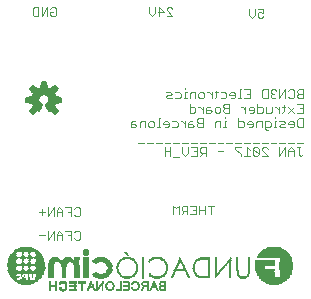
<source format=gbo>
G75*
%MOIN*%
%OFA0B0*%
%FSLAX25Y25*%
%IPPOS*%
%LPD*%
%AMOC8*
5,1,8,0,0,1.08239X$1,22.5*
%
%ADD10C,0.00300*%
%ADD11C,0.00591*%
%ADD12R,0.00840X0.00140*%
%ADD13R,0.00700X0.00140*%
%ADD14R,0.00980X0.00140*%
%ADD15R,0.02520X0.00140*%
%ADD16R,0.01540X0.00140*%
%ADD17R,0.01820X0.00140*%
%ADD18R,0.00420X0.00140*%
%ADD19R,0.00420X0.00140*%
%ADD20R,0.02240X0.00140*%
%ADD21R,0.01960X0.00140*%
%ADD22R,0.00280X0.00140*%
%ADD23R,0.00560X0.00140*%
%ADD24R,0.00560X0.00140*%
%ADD25R,0.00980X0.00140*%
%ADD26R,0.01960X0.00140*%
%ADD27R,0.00560X0.00140*%
%ADD28R,0.00420X0.00140*%
%ADD29R,0.00420X0.00140*%
%ADD30R,0.01820X0.00140*%
%ADD31R,0.02240X0.00140*%
%ADD32R,0.00280X0.00140*%
%ADD33R,0.00560X0.00140*%
%ADD34R,0.00980X0.00140*%
%ADD35R,0.02520X0.00140*%
%ADD36R,0.02100X0.00140*%
%ADD37R,0.00980X0.00140*%
%ADD38R,0.00840X0.00140*%
%ADD39R,0.02380X0.00140*%
%ADD40R,0.00840X0.00140*%
%ADD41R,0.01960X0.00140*%
%ADD42R,0.01820X0.00140*%
%ADD43R,0.02940X0.00140*%
%ADD44R,0.01680X0.00140*%
%ADD45R,0.02100X0.00140*%
%ADD46R,0.01820X0.00140*%
%ADD47R,0.02380X0.00140*%
%ADD48R,0.02940X0.00140*%
%ADD49R,0.00140X0.00140*%
%ADD50R,0.02380X0.00140*%
%ADD51R,0.00280X0.00140*%
%ADD52R,0.03500X0.00140*%
%ADD53R,0.03360X0.00140*%
%ADD54R,0.04480X0.00140*%
%ADD55R,0.00280X0.00140*%
%ADD56R,0.01120X0.00140*%
%ADD57R,0.04200X0.00140*%
%ADD58R,0.05180X0.00140*%
%ADD59R,0.05040X0.00140*%
%ADD60R,0.05740X0.00140*%
%ADD61R,0.05600X0.00140*%
%ADD62R,0.06300X0.00140*%
%ADD63R,0.06160X0.00140*%
%ADD64R,0.06720X0.00140*%
%ADD65R,0.01680X0.00140*%
%ADD66R,0.01400X0.00140*%
%ADD67R,0.06440X0.00140*%
%ADD68R,0.07280X0.00140*%
%ADD69R,0.00700X0.00140*%
%ADD70R,0.01400X0.00140*%
%ADD71R,0.07000X0.00140*%
%ADD72R,0.07560X0.00140*%
%ADD73R,0.07420X0.00140*%
%ADD74R,0.07980X0.00140*%
%ADD75R,0.07840X0.00140*%
%ADD76R,0.08400X0.00140*%
%ADD77R,0.03920X0.00140*%
%ADD78R,0.01120X0.00140*%
%ADD79R,0.08680X0.00140*%
%ADD80R,0.08960X0.00140*%
%ADD81R,0.01540X0.00140*%
%ADD82R,0.09240X0.00140*%
%ADD83R,0.01260X0.00140*%
%ADD84R,0.09520X0.00140*%
%ADD85R,0.09800X0.00140*%
%ADD86R,0.02240X0.00140*%
%ADD87R,0.01540X0.00140*%
%ADD88R,0.10080X0.00140*%
%ADD89R,0.03220X0.00140*%
%ADD90R,0.03080X0.00140*%
%ADD91R,0.02800X0.00140*%
%ADD92R,0.03080X0.00140*%
%ADD93R,0.03080X0.00140*%
%ADD94R,0.05320X0.00140*%
%ADD95R,0.02660X0.00140*%
%ADD96R,0.03780X0.00140*%
%ADD97R,0.03640X0.00140*%
%ADD98R,0.03500X0.00140*%
%ADD99R,0.01680X0.00140*%
%ADD100R,0.01680X0.00140*%
%ADD101R,0.02800X0.00140*%
%ADD102R,0.05460X0.00140*%
%ADD103R,0.04200X0.00140*%
%ADD104R,0.03780X0.00140*%
%ADD105R,0.04340X0.00140*%
%ADD106R,0.04340X0.00140*%
%ADD107R,0.01260X0.00140*%
%ADD108R,0.04620X0.00140*%
%ADD109R,0.05040X0.00140*%
%ADD110R,0.05740X0.00140*%
%ADD111R,0.01120X0.00140*%
%ADD112R,0.05320X0.00140*%
%ADD113R,0.05740X0.00140*%
%ADD114R,0.05460X0.00140*%
%ADD115R,0.02240X0.00140*%
%ADD116R,0.03640X0.00140*%
%ADD117R,0.05880X0.00140*%
%ADD118R,0.06020X0.00140*%
%ADD119R,0.06020X0.00140*%
%ADD120R,0.02520X0.00140*%
%ADD121R,0.03920X0.00140*%
%ADD122R,0.06160X0.00140*%
%ADD123R,0.01120X0.00140*%
%ADD124R,0.11620X0.00140*%
%ADD125R,0.04060X0.00140*%
%ADD126R,0.11760X0.00140*%
%ADD127R,0.11900X0.00140*%
%ADD128R,0.12040X0.00140*%
%ADD129R,0.06440X0.00140*%
%ADD130R,0.04340X0.00140*%
%ADD131R,0.03360X0.00140*%
%ADD132R,0.01540X0.00140*%
%ADD133R,0.06440X0.00140*%
%ADD134R,0.04060X0.00140*%
%ADD135R,0.02940X0.00140*%
%ADD136R,0.03920X0.00140*%
%ADD137R,0.04340X0.00140*%
%ADD138R,0.03220X0.00140*%
%ADD139R,0.03080X0.00140*%
%ADD140R,0.03220X0.00140*%
%ADD141R,0.06580X0.00140*%
%ADD142R,0.12600X0.00140*%
%ADD143R,0.06580X0.00140*%
%ADD144R,0.12600X0.00140*%
%ADD145R,0.03780X0.00140*%
%ADD146R,0.02660X0.00140*%
%ADD147R,0.02940X0.00140*%
%ADD148R,0.09940X0.00140*%
%ADD149R,0.05600X0.00140*%
%ADD150R,0.04060X0.00140*%
%ADD151R,0.05460X0.00140*%
%ADD152R,0.02660X0.00140*%
%ADD153R,0.04760X0.00140*%
%ADD154R,0.03640X0.00140*%
%ADD155R,0.02520X0.00140*%
%ADD156R,0.02660X0.00140*%
%ADD157R,0.11480X0.00140*%
%ADD158R,0.11200X0.00140*%
%ADD159R,0.10920X0.00140*%
%ADD160R,0.02380X0.00140*%
%ADD161R,0.10920X0.00140*%
%ADD162R,0.10640X0.00140*%
%ADD163R,0.10360X0.00140*%
%ADD164R,0.10080X0.00140*%
%ADD165R,0.09380X0.00140*%
%ADD166R,0.09100X0.00140*%
%ADD167R,0.08820X0.00140*%
%ADD168R,0.08540X0.00140*%
%ADD169R,0.08120X0.00140*%
%ADD170R,0.07420X0.00140*%
%ADD171R,0.06580X0.00140*%
D10*
X0077206Y0067386D02*
X0079141Y0067386D01*
X0080153Y0065935D02*
X0080153Y0068837D01*
X0082088Y0068837D02*
X0080153Y0065935D01*
X0082088Y0065935D02*
X0082088Y0068837D01*
X0083099Y0067870D02*
X0083099Y0065935D01*
X0083099Y0067386D02*
X0085034Y0067386D01*
X0085034Y0067870D02*
X0084067Y0068837D01*
X0083099Y0067870D01*
X0085034Y0067870D02*
X0085034Y0065935D01*
X0087013Y0067386D02*
X0087981Y0067386D01*
X0088992Y0066419D02*
X0089476Y0065935D01*
X0090443Y0065935D01*
X0090927Y0066419D01*
X0090927Y0068354D01*
X0090443Y0068837D01*
X0089476Y0068837D01*
X0088992Y0068354D01*
X0087981Y0068837D02*
X0086046Y0068837D01*
X0087981Y0068837D02*
X0087981Y0065935D01*
X0087981Y0073809D02*
X0087981Y0076711D01*
X0086046Y0076711D01*
X0085034Y0075744D02*
X0085034Y0073809D01*
X0085034Y0075260D02*
X0083099Y0075260D01*
X0083099Y0075744D02*
X0083099Y0073809D01*
X0082088Y0073809D02*
X0082088Y0076711D01*
X0080153Y0073809D01*
X0080153Y0076711D01*
X0079141Y0075260D02*
X0077206Y0075260D01*
X0078174Y0076228D02*
X0078174Y0074293D01*
X0083099Y0075744D02*
X0084067Y0076711D01*
X0085034Y0075744D01*
X0087013Y0075260D02*
X0087981Y0075260D01*
X0088992Y0074293D02*
X0089476Y0073809D01*
X0090443Y0073809D01*
X0090927Y0074293D01*
X0090927Y0076228D01*
X0090443Y0076711D01*
X0089476Y0076711D01*
X0088992Y0076228D01*
X0110264Y0098207D02*
X0112199Y0098207D01*
X0113211Y0098207D02*
X0115146Y0098207D01*
X0116157Y0098207D02*
X0118092Y0098207D01*
X0119104Y0098207D02*
X0121039Y0098207D01*
X0122050Y0098207D02*
X0123985Y0098207D01*
X0124997Y0098207D02*
X0126932Y0098207D01*
X0127943Y0098207D02*
X0129878Y0098207D01*
X0130890Y0098207D02*
X0132825Y0098207D01*
X0133836Y0098207D02*
X0135771Y0098207D01*
X0136783Y0098207D02*
X0138718Y0098207D01*
X0139729Y0098207D02*
X0141664Y0098207D01*
X0142676Y0098207D02*
X0144611Y0098207D01*
X0145623Y0098207D02*
X0147558Y0098207D01*
X0148569Y0098207D02*
X0150504Y0098207D01*
X0151516Y0098207D02*
X0153451Y0098207D01*
X0154462Y0098207D02*
X0156397Y0098207D01*
X0157409Y0098207D02*
X0159344Y0098207D01*
X0160355Y0098207D02*
X0162290Y0098207D01*
X0163302Y0098207D02*
X0165237Y0098207D01*
X0164269Y0096793D02*
X0163302Y0096793D01*
X0163785Y0096793D02*
X0163785Y0094375D01*
X0164269Y0093891D01*
X0164753Y0093891D01*
X0165237Y0094375D01*
X0162290Y0093891D02*
X0162290Y0095826D01*
X0161323Y0096793D01*
X0160355Y0095826D01*
X0160355Y0093891D01*
X0159344Y0093891D02*
X0159344Y0096793D01*
X0157409Y0093891D01*
X0157409Y0096793D01*
X0160355Y0095342D02*
X0162290Y0095342D01*
X0161806Y0103491D02*
X0160839Y0103491D01*
X0161806Y0103491D02*
X0162290Y0103975D01*
X0162290Y0104942D01*
X0161806Y0105426D01*
X0160839Y0105426D01*
X0160355Y0104942D01*
X0160355Y0104458D01*
X0162290Y0104458D01*
X0163302Y0103975D02*
X0163785Y0103491D01*
X0165237Y0103491D01*
X0165237Y0106393D01*
X0163785Y0106393D01*
X0163302Y0105910D01*
X0163302Y0103975D01*
X0163302Y0108291D02*
X0165237Y0108291D01*
X0165237Y0111193D01*
X0163302Y0111193D01*
X0162290Y0110226D02*
X0160355Y0108291D01*
X0158860Y0108775D02*
X0158860Y0110710D01*
X0159344Y0110226D02*
X0158376Y0110226D01*
X0157379Y0110226D02*
X0157379Y0108291D01*
X0157379Y0109258D02*
X0156412Y0110226D01*
X0155928Y0110226D01*
X0154924Y0110226D02*
X0154924Y0108775D01*
X0154440Y0108291D01*
X0152989Y0108291D01*
X0152989Y0110226D01*
X0151977Y0109742D02*
X0151977Y0108775D01*
X0151494Y0108291D01*
X0150042Y0108291D01*
X0150042Y0111193D01*
X0150042Y0110226D02*
X0151494Y0110226D01*
X0151977Y0109742D01*
X0149031Y0109742D02*
X0149031Y0108775D01*
X0148547Y0108291D01*
X0147580Y0108291D01*
X0147096Y0109258D02*
X0149031Y0109258D01*
X0149031Y0109742D02*
X0148547Y0110226D01*
X0147580Y0110226D01*
X0147096Y0109742D01*
X0147096Y0109258D01*
X0146084Y0109258D02*
X0145117Y0110226D01*
X0144633Y0110226D01*
X0146084Y0110226D02*
X0146084Y0108291D01*
X0143658Y0106393D02*
X0143658Y0103491D01*
X0145109Y0103491D01*
X0145593Y0103975D01*
X0145593Y0104942D01*
X0145109Y0105426D01*
X0143658Y0105426D01*
X0146605Y0104942D02*
X0146605Y0104458D01*
X0148540Y0104458D01*
X0148540Y0103975D02*
X0148540Y0104942D01*
X0148056Y0105426D01*
X0147088Y0105426D01*
X0146605Y0104942D01*
X0147088Y0103491D02*
X0148056Y0103491D01*
X0148540Y0103975D01*
X0149551Y0103491D02*
X0149551Y0104942D01*
X0150035Y0105426D01*
X0151486Y0105426D01*
X0151486Y0103491D01*
X0152498Y0103491D02*
X0153949Y0103491D01*
X0154433Y0103975D01*
X0154433Y0104942D01*
X0153949Y0105426D01*
X0152498Y0105426D01*
X0152498Y0103007D01*
X0152981Y0102523D01*
X0153465Y0102523D01*
X0155430Y0103491D02*
X0156397Y0103491D01*
X0155913Y0103491D02*
X0155913Y0105426D01*
X0156397Y0105426D01*
X0157409Y0105426D02*
X0158860Y0105426D01*
X0159344Y0104942D01*
X0158860Y0104458D01*
X0157892Y0104458D01*
X0157409Y0103975D01*
X0157892Y0103491D01*
X0159344Y0103491D01*
X0155913Y0106393D02*
X0155913Y0106877D01*
X0158376Y0108291D02*
X0158860Y0108775D01*
X0160355Y0110226D02*
X0162290Y0108291D01*
X0164269Y0109742D02*
X0165237Y0109742D01*
X0165237Y0113091D02*
X0163785Y0113091D01*
X0163302Y0113575D01*
X0163302Y0114058D01*
X0163785Y0114542D01*
X0165237Y0114542D01*
X0165237Y0113091D02*
X0165237Y0115993D01*
X0163785Y0115993D01*
X0163302Y0115510D01*
X0163302Y0115026D01*
X0163785Y0114542D01*
X0162290Y0113575D02*
X0161806Y0113091D01*
X0160839Y0113091D01*
X0160355Y0113575D01*
X0159344Y0113091D02*
X0159344Y0115993D01*
X0157409Y0113091D01*
X0157409Y0115993D01*
X0156397Y0115510D02*
X0155913Y0115993D01*
X0154946Y0115993D01*
X0154462Y0115510D01*
X0154462Y0115026D01*
X0154946Y0114542D01*
X0154462Y0114058D01*
X0154462Y0113575D01*
X0154946Y0113091D01*
X0155913Y0113091D01*
X0156397Y0113575D01*
X0155430Y0114542D02*
X0154946Y0114542D01*
X0153451Y0113091D02*
X0151999Y0113091D01*
X0151516Y0113575D01*
X0151516Y0115510D01*
X0151999Y0115993D01*
X0153451Y0115993D01*
X0153451Y0113091D01*
X0147558Y0113091D02*
X0145623Y0113091D01*
X0144611Y0113091D02*
X0143644Y0113091D01*
X0144127Y0113091D02*
X0144127Y0115993D01*
X0144611Y0115993D01*
X0145623Y0115993D02*
X0147558Y0115993D01*
X0147558Y0113091D01*
X0147558Y0114542D02*
X0146590Y0114542D01*
X0142647Y0114542D02*
X0142647Y0113575D01*
X0142163Y0113091D01*
X0141195Y0113091D01*
X0140712Y0114058D02*
X0142647Y0114058D01*
X0142647Y0114542D02*
X0142163Y0115026D01*
X0141195Y0115026D01*
X0140712Y0114542D01*
X0140712Y0114058D01*
X0139700Y0114542D02*
X0139700Y0113575D01*
X0139216Y0113091D01*
X0137765Y0113091D01*
X0136270Y0113575D02*
X0135786Y0113091D01*
X0136270Y0113575D02*
X0136270Y0115510D01*
X0136754Y0115026D02*
X0135786Y0115026D01*
X0134789Y0115026D02*
X0134789Y0113091D01*
X0134789Y0114058D02*
X0133822Y0115026D01*
X0133338Y0115026D01*
X0132334Y0114542D02*
X0132334Y0113575D01*
X0131850Y0113091D01*
X0130883Y0113091D01*
X0130399Y0113575D01*
X0130399Y0114542D01*
X0130883Y0115026D01*
X0131850Y0115026D01*
X0132334Y0114542D01*
X0129387Y0115026D02*
X0129387Y0113091D01*
X0127452Y0113091D02*
X0127452Y0114542D01*
X0127936Y0115026D01*
X0129387Y0115026D01*
X0126441Y0115026D02*
X0125957Y0115026D01*
X0125957Y0113091D01*
X0126441Y0113091D02*
X0125473Y0113091D01*
X0124476Y0113575D02*
X0124476Y0114542D01*
X0123993Y0115026D01*
X0122541Y0115026D01*
X0121530Y0114542D02*
X0121046Y0115026D01*
X0119595Y0115026D01*
X0120079Y0114058D02*
X0119595Y0113575D01*
X0120079Y0113091D01*
X0121530Y0113091D01*
X0122541Y0113091D02*
X0123993Y0113091D01*
X0124476Y0113575D01*
X0125957Y0115993D02*
X0125957Y0116477D01*
X0121530Y0114542D02*
X0121046Y0114058D01*
X0120079Y0114058D01*
X0127452Y0111193D02*
X0127452Y0108291D01*
X0128904Y0108291D01*
X0129387Y0108775D01*
X0129387Y0109742D01*
X0128904Y0110226D01*
X0127452Y0110226D01*
X0130392Y0110226D02*
X0130875Y0110226D01*
X0131843Y0109258D01*
X0131843Y0108291D02*
X0131843Y0110226D01*
X0132854Y0109742D02*
X0132854Y0108291D01*
X0134306Y0108291D01*
X0134789Y0108775D01*
X0134306Y0109258D01*
X0132854Y0109258D01*
X0132854Y0109742D02*
X0133338Y0110226D01*
X0134306Y0110226D01*
X0135801Y0109742D02*
X0135801Y0108775D01*
X0136285Y0108291D01*
X0137252Y0108291D01*
X0137736Y0108775D01*
X0137736Y0109742D01*
X0137252Y0110226D01*
X0136285Y0110226D01*
X0135801Y0109742D01*
X0138747Y0109258D02*
X0138747Y0108775D01*
X0139231Y0108291D01*
X0140682Y0108291D01*
X0140682Y0111193D01*
X0139231Y0111193D01*
X0138747Y0110710D01*
X0138747Y0110226D01*
X0139231Y0109742D01*
X0140682Y0109742D01*
X0139231Y0109742D02*
X0138747Y0109258D01*
X0139216Y0106877D02*
X0139216Y0106393D01*
X0139216Y0105426D02*
X0139216Y0103491D01*
X0138733Y0103491D02*
X0139700Y0103491D01*
X0139700Y0105426D02*
X0139216Y0105426D01*
X0137736Y0105426D02*
X0137736Y0103491D01*
X0137736Y0105426D02*
X0136285Y0105426D01*
X0135801Y0104942D01*
X0135801Y0103491D01*
X0131843Y0103491D02*
X0131843Y0106393D01*
X0130392Y0106393D01*
X0129908Y0105910D01*
X0129908Y0105426D01*
X0130392Y0104942D01*
X0131843Y0104942D01*
X0131843Y0103491D02*
X0130392Y0103491D01*
X0129908Y0103975D01*
X0129908Y0104458D01*
X0130392Y0104942D01*
X0128896Y0103975D02*
X0128412Y0103491D01*
X0126961Y0103491D01*
X0126961Y0104942D01*
X0127445Y0105426D01*
X0128412Y0105426D01*
X0128412Y0104458D02*
X0126961Y0104458D01*
X0125950Y0104458D02*
X0124982Y0105426D01*
X0124498Y0105426D01*
X0123494Y0104942D02*
X0123494Y0103975D01*
X0123011Y0103491D01*
X0121559Y0103491D01*
X0120548Y0103975D02*
X0120064Y0103491D01*
X0119097Y0103491D01*
X0118613Y0104458D02*
X0120548Y0104458D01*
X0120548Y0103975D02*
X0120548Y0104942D01*
X0120064Y0105426D01*
X0119097Y0105426D01*
X0118613Y0104942D01*
X0118613Y0104458D01*
X0117601Y0103491D02*
X0116634Y0103491D01*
X0117118Y0103491D02*
X0117118Y0106393D01*
X0117601Y0106393D01*
X0115637Y0104942D02*
X0115637Y0103975D01*
X0115153Y0103491D01*
X0114186Y0103491D01*
X0113702Y0103975D01*
X0113702Y0104942D01*
X0114186Y0105426D01*
X0115153Y0105426D01*
X0115637Y0104942D01*
X0112690Y0105426D02*
X0112690Y0103491D01*
X0110755Y0103491D02*
X0110755Y0104942D01*
X0111239Y0105426D01*
X0112690Y0105426D01*
X0109744Y0103975D02*
X0109260Y0103491D01*
X0107809Y0103491D01*
X0107809Y0104942D01*
X0108293Y0105426D01*
X0109260Y0105426D01*
X0109260Y0104458D02*
X0107809Y0104458D01*
X0109260Y0104458D02*
X0109744Y0103975D01*
X0119104Y0096793D02*
X0119104Y0093891D01*
X0119104Y0095342D02*
X0121039Y0095342D01*
X0121039Y0093891D02*
X0121039Y0096793D01*
X0122050Y0093407D02*
X0123985Y0093407D01*
X0124997Y0094858D02*
X0124997Y0096793D01*
X0124997Y0094858D02*
X0125964Y0093891D01*
X0126932Y0094858D01*
X0126932Y0096793D01*
X0127943Y0096793D02*
X0129878Y0096793D01*
X0129878Y0093891D01*
X0127943Y0093891D01*
X0128911Y0095342D02*
X0129878Y0095342D01*
X0130890Y0095342D02*
X0130890Y0096310D01*
X0131374Y0096793D01*
X0132825Y0096793D01*
X0132825Y0093891D01*
X0132825Y0094858D02*
X0131374Y0094858D01*
X0130890Y0095342D01*
X0131857Y0094858D02*
X0130890Y0093891D01*
X0136783Y0095342D02*
X0138718Y0095342D01*
X0142676Y0096310D02*
X0144611Y0094375D01*
X0144611Y0093891D01*
X0145623Y0093891D02*
X0147558Y0093891D01*
X0146590Y0093891D02*
X0146590Y0096793D01*
X0147558Y0095826D01*
X0148569Y0096310D02*
X0150504Y0094375D01*
X0150020Y0093891D01*
X0149053Y0093891D01*
X0148569Y0094375D01*
X0148569Y0096310D01*
X0149053Y0096793D01*
X0150020Y0096793D01*
X0150504Y0096310D01*
X0150504Y0094375D01*
X0151516Y0093891D02*
X0153451Y0093891D01*
X0151516Y0095826D01*
X0151516Y0096310D01*
X0151999Y0096793D01*
X0152967Y0096793D01*
X0153451Y0096310D01*
X0144611Y0096793D02*
X0142676Y0096793D01*
X0142676Y0096310D01*
X0128896Y0103975D02*
X0128412Y0104458D01*
X0125950Y0103491D02*
X0125950Y0105426D01*
X0123494Y0104942D02*
X0123011Y0105426D01*
X0121559Y0105426D01*
X0137765Y0115026D02*
X0139216Y0115026D01*
X0139700Y0114542D01*
X0160355Y0115510D02*
X0160839Y0115993D01*
X0161806Y0115993D01*
X0162290Y0115510D01*
X0162290Y0113575D01*
X0151562Y0139875D02*
X0152045Y0140359D01*
X0151562Y0139875D02*
X0150594Y0139875D01*
X0150110Y0140359D01*
X0150110Y0141326D01*
X0150594Y0141810D01*
X0151078Y0141810D01*
X0152045Y0141326D01*
X0152045Y0142778D01*
X0150110Y0142778D01*
X0149099Y0142778D02*
X0149099Y0140843D01*
X0148131Y0139875D01*
X0147164Y0140843D01*
X0147164Y0142778D01*
X0121749Y0142894D02*
X0121265Y0143378D01*
X0120298Y0143378D01*
X0119814Y0142894D01*
X0119814Y0142410D01*
X0121749Y0140475D01*
X0119814Y0140475D01*
X0118803Y0141926D02*
X0116868Y0141926D01*
X0115856Y0141443D02*
X0115856Y0143378D01*
X0117351Y0143378D02*
X0117351Y0140475D01*
X0115856Y0141443D02*
X0114889Y0140475D01*
X0113921Y0141443D01*
X0113921Y0143378D01*
X0117351Y0143378D02*
X0118803Y0141926D01*
X0082979Y0140959D02*
X0082495Y0140475D01*
X0081528Y0140475D01*
X0081044Y0140959D01*
X0081044Y0141926D01*
X0082012Y0141926D01*
X0082979Y0140959D02*
X0082979Y0142894D01*
X0082495Y0143378D01*
X0081528Y0143378D01*
X0081044Y0142894D01*
X0080033Y0143378D02*
X0080033Y0140475D01*
X0078098Y0140475D02*
X0078098Y0143378D01*
X0077086Y0143378D02*
X0075635Y0143378D01*
X0075151Y0142894D01*
X0075151Y0140959D01*
X0075635Y0140475D01*
X0077086Y0140475D01*
X0077086Y0143378D01*
X0080033Y0143378D02*
X0078098Y0140475D01*
X0121828Y0077311D02*
X0121828Y0074409D01*
X0123763Y0074409D02*
X0123763Y0077311D01*
X0122796Y0076344D01*
X0121828Y0077311D01*
X0124775Y0076828D02*
X0124775Y0075860D01*
X0125258Y0075376D01*
X0126710Y0075376D01*
X0126710Y0074409D02*
X0126710Y0077311D01*
X0125258Y0077311D01*
X0124775Y0076828D01*
X0125742Y0075376D02*
X0124775Y0074409D01*
X0127721Y0074409D02*
X0129656Y0074409D01*
X0129656Y0077311D01*
X0127721Y0077311D01*
X0128689Y0075860D02*
X0129656Y0075860D01*
X0130668Y0075860D02*
X0132603Y0075860D01*
X0132603Y0074409D02*
X0132603Y0077311D01*
X0133614Y0077311D02*
X0135549Y0077311D01*
X0134582Y0077311D02*
X0134582Y0074409D01*
X0130668Y0074409D02*
X0130668Y0077311D01*
D11*
X0084739Y0111827D02*
X0082834Y0111634D01*
X0082629Y0110993D01*
X0082321Y0110396D01*
X0083531Y0108911D01*
X0082514Y0107894D01*
X0081030Y0109104D01*
X0080432Y0108796D01*
X0079584Y0110842D01*
X0079963Y0111054D01*
X0080281Y0111348D01*
X0080523Y0111709D01*
X0080673Y0112116D01*
X0080724Y0112547D01*
X0080671Y0112986D01*
X0080515Y0113399D01*
X0080266Y0113764D01*
X0079937Y0114058D01*
X0079547Y0114267D01*
X0079119Y0114376D01*
X0078677Y0114381D01*
X0078247Y0114281D01*
X0077853Y0114081D01*
X0077518Y0113793D01*
X0077260Y0113434D01*
X0077096Y0113024D01*
X0077033Y0112587D01*
X0077077Y0112148D01*
X0077223Y0111731D01*
X0077464Y0111361D01*
X0077787Y0111059D01*
X0078172Y0110842D01*
X0077324Y0108796D01*
X0076726Y0109104D01*
X0075242Y0107894D01*
X0074224Y0108911D01*
X0075435Y0110396D01*
X0075127Y0110993D01*
X0074922Y0111634D01*
X0073017Y0111827D01*
X0073017Y0113267D01*
X0074922Y0113460D01*
X0075127Y0114101D01*
X0075435Y0114699D01*
X0074224Y0116183D01*
X0075242Y0117201D01*
X0076726Y0115990D01*
X0077324Y0116298D01*
X0077965Y0116503D01*
X0078158Y0118409D01*
X0079598Y0118409D01*
X0079791Y0116503D01*
X0080432Y0116298D01*
X0081030Y0115990D01*
X0082514Y0117201D01*
X0083531Y0116183D01*
X0082321Y0114699D01*
X0082629Y0114101D01*
X0082834Y0113460D01*
X0084739Y0113267D01*
X0084739Y0111827D01*
X0084739Y0112278D02*
X0080692Y0112278D01*
X0080685Y0112867D02*
X0084739Y0112867D01*
X0083376Y0111689D02*
X0080509Y0111689D01*
X0080012Y0111100D02*
X0082663Y0111100D01*
X0082381Y0110511D02*
X0079721Y0110511D01*
X0079966Y0109922D02*
X0082708Y0109922D01*
X0083188Y0109333D02*
X0080210Y0109333D01*
X0081471Y0108744D02*
X0083364Y0108744D01*
X0082775Y0108154D02*
X0082194Y0108154D01*
X0077790Y0109922D02*
X0075048Y0109922D01*
X0075375Y0110511D02*
X0078034Y0110511D01*
X0077743Y0111100D02*
X0075093Y0111100D01*
X0074380Y0111689D02*
X0077250Y0111689D01*
X0077064Y0112278D02*
X0073017Y0112278D01*
X0073017Y0112867D02*
X0077073Y0112867D01*
X0077276Y0113456D02*
X0074878Y0113456D01*
X0075109Y0114045D02*
X0077811Y0114045D01*
X0079951Y0114045D02*
X0082647Y0114045D01*
X0082878Y0113456D02*
X0080476Y0113456D01*
X0082354Y0114634D02*
X0075401Y0114634D01*
X0075007Y0115223D02*
X0082749Y0115223D01*
X0083229Y0115812D02*
X0074527Y0115812D01*
X0074443Y0116401D02*
X0076222Y0116401D01*
X0075500Y0116990D02*
X0075032Y0116990D01*
X0077646Y0116401D02*
X0080110Y0116401D01*
X0079742Y0116990D02*
X0078014Y0116990D01*
X0078074Y0117579D02*
X0079682Y0117579D01*
X0079622Y0118169D02*
X0078134Y0118169D01*
X0081533Y0116401D02*
X0083313Y0116401D01*
X0082724Y0116990D02*
X0082256Y0116990D01*
X0077546Y0109333D02*
X0074568Y0109333D01*
X0074392Y0108744D02*
X0076285Y0108744D01*
X0075562Y0108154D02*
X0074981Y0108154D01*
D12*
X0074143Y0059236D03*
X0071763Y0059236D03*
X0071763Y0055596D03*
X0071623Y0054336D03*
X0074143Y0055596D03*
X0080863Y0051676D03*
X0080863Y0051536D03*
X0080863Y0051396D03*
X0080863Y0051256D03*
X0080863Y0050976D03*
X0080863Y0050836D03*
X0080863Y0049856D03*
X0080863Y0049576D03*
X0080863Y0049436D03*
X0080863Y0049296D03*
X0080863Y0049156D03*
X0080863Y0048876D03*
X0084363Y0050836D03*
X0086323Y0050556D03*
X0086323Y0050276D03*
X0086323Y0050136D03*
X0086323Y0049996D03*
X0085203Y0048596D03*
X0094723Y0051256D03*
X0094723Y0051396D03*
X0096823Y0049436D03*
X0096823Y0049296D03*
X0104103Y0054336D03*
X0104243Y0054196D03*
X0103823Y0057976D03*
X0104103Y0058396D03*
X0104243Y0058536D03*
X0109003Y0058676D03*
X0109143Y0058536D03*
X0109563Y0057976D03*
X0109563Y0054756D03*
X0109143Y0054196D03*
X0109003Y0054056D03*
X0114043Y0058536D03*
X0119223Y0058396D03*
X0119363Y0058256D03*
X0119363Y0054476D03*
X0119223Y0054336D03*
X0124403Y0058956D03*
X0129443Y0058396D03*
X0129303Y0054476D03*
X0129443Y0054336D03*
X0137563Y0055176D03*
X0137843Y0055456D03*
X0138543Y0056296D03*
X0138823Y0056576D03*
X0139663Y0057556D03*
X0139803Y0057696D03*
X0139943Y0057836D03*
X0140923Y0058956D03*
X0143863Y0053776D03*
X0144003Y0053636D03*
X0146663Y0053636D03*
X0146803Y0053776D03*
X0092903Y0060496D03*
D13*
X0096193Y0054756D03*
X0098433Y0051396D03*
X0098433Y0051256D03*
X0096753Y0049156D03*
X0100953Y0048736D03*
X0104033Y0054476D03*
X0103893Y0054756D03*
X0103753Y0054896D03*
X0103753Y0055036D03*
X0103613Y0055176D03*
X0103473Y0055736D03*
X0103473Y0055876D03*
X0103473Y0056856D03*
X0103473Y0056996D03*
X0103613Y0057556D03*
X0103753Y0057836D03*
X0104033Y0058256D03*
X0106693Y0060776D03*
X0106833Y0060636D03*
X0106553Y0061056D03*
X0106413Y0061196D03*
X0106273Y0061336D03*
X0106133Y0061476D03*
X0109353Y0058256D03*
X0109633Y0057836D03*
X0109773Y0057556D03*
X0109913Y0057136D03*
X0109913Y0056996D03*
X0109913Y0056856D03*
X0109913Y0055876D03*
X0109913Y0055736D03*
X0109913Y0055596D03*
X0109773Y0055176D03*
X0109633Y0054896D03*
X0109353Y0054476D03*
X0112013Y0054476D03*
X0112013Y0054336D03*
X0112013Y0054196D03*
X0112013Y0054056D03*
X0112013Y0053776D03*
X0112013Y0053636D03*
X0112013Y0053496D03*
X0112013Y0053356D03*
X0112013Y0053076D03*
X0112013Y0052936D03*
X0112013Y0054756D03*
X0112013Y0054896D03*
X0112013Y0055036D03*
X0112013Y0055176D03*
X0112013Y0055456D03*
X0112013Y0055596D03*
X0112013Y0055736D03*
X0112013Y0055876D03*
X0112013Y0056156D03*
X0112013Y0056296D03*
X0112013Y0056436D03*
X0112013Y0056576D03*
X0112013Y0056856D03*
X0112013Y0056996D03*
X0112013Y0057136D03*
X0112013Y0057276D03*
X0112013Y0057556D03*
X0112013Y0057696D03*
X0112013Y0057836D03*
X0112013Y0057976D03*
X0112013Y0058256D03*
X0112013Y0058396D03*
X0112013Y0058536D03*
X0112013Y0058676D03*
X0112013Y0058956D03*
X0112013Y0059096D03*
X0112013Y0059236D03*
X0112013Y0059376D03*
X0112013Y0059656D03*
X0112013Y0059796D03*
X0114113Y0054196D03*
X0115653Y0051536D03*
X0117753Y0050136D03*
X0121533Y0053076D03*
X0121673Y0053356D03*
X0121673Y0053496D03*
X0121813Y0053636D03*
X0121813Y0053776D03*
X0121953Y0054056D03*
X0122093Y0054196D03*
X0122093Y0054336D03*
X0122373Y0054896D03*
X0122513Y0055176D03*
X0122793Y0055876D03*
X0122933Y0056156D03*
X0123073Y0056296D03*
X0123073Y0056436D03*
X0123353Y0056996D03*
X0123493Y0057276D03*
X0123633Y0057556D03*
X0123633Y0057696D03*
X0123773Y0057836D03*
X0123773Y0057976D03*
X0123913Y0058256D03*
X0124753Y0058256D03*
X0124893Y0057976D03*
X0125033Y0057836D03*
X0125033Y0057696D03*
X0125173Y0057556D03*
X0125313Y0057276D03*
X0125313Y0057136D03*
X0125453Y0056996D03*
X0125453Y0056856D03*
X0125593Y0056576D03*
X0125733Y0056296D03*
X0125873Y0055876D03*
X0126293Y0055176D03*
X0126293Y0055036D03*
X0126433Y0054896D03*
X0126433Y0054756D03*
X0126573Y0054476D03*
X0126713Y0054336D03*
X0126713Y0054196D03*
X0126853Y0054056D03*
X0126993Y0053636D03*
X0127133Y0053356D03*
X0127273Y0053076D03*
X0129093Y0054756D03*
X0129093Y0054896D03*
X0128953Y0055176D03*
X0128813Y0055736D03*
X0128813Y0055876D03*
X0128813Y0056156D03*
X0128813Y0056436D03*
X0128813Y0056576D03*
X0128813Y0056856D03*
X0128953Y0057276D03*
X0129093Y0057696D03*
X0129093Y0057836D03*
X0129233Y0057976D03*
X0129373Y0058256D03*
X0124333Y0059096D03*
X0119993Y0056436D03*
X0119853Y0056996D03*
X0119853Y0057136D03*
X0119853Y0057276D03*
X0119713Y0057556D03*
X0119713Y0057696D03*
X0119573Y0057836D03*
X0119573Y0057976D03*
X0119853Y0055596D03*
X0119853Y0055456D03*
X0119713Y0055176D03*
X0119713Y0055036D03*
X0119573Y0054896D03*
X0119573Y0054756D03*
X0109353Y0048736D03*
X0136373Y0053776D03*
X0137213Y0054756D03*
X0137353Y0054896D03*
X0137493Y0055036D03*
X0138053Y0055736D03*
X0138193Y0055876D03*
X0138473Y0056156D03*
X0139033Y0056856D03*
X0139173Y0056996D03*
X0139313Y0057136D03*
X0139453Y0057276D03*
X0140013Y0057976D03*
X0140993Y0057976D03*
X0140993Y0057836D03*
X0140993Y0057696D03*
X0140993Y0057556D03*
X0140993Y0057276D03*
X0140993Y0057136D03*
X0140993Y0056996D03*
X0140993Y0056856D03*
X0140993Y0056576D03*
X0140993Y0056436D03*
X0140993Y0056296D03*
X0140993Y0056156D03*
X0140993Y0055876D03*
X0140993Y0055736D03*
X0140993Y0055596D03*
X0140993Y0055456D03*
X0140993Y0055176D03*
X0140993Y0055036D03*
X0140993Y0054896D03*
X0140993Y0054756D03*
X0140993Y0054476D03*
X0140993Y0054336D03*
X0140993Y0054196D03*
X0140993Y0054056D03*
X0140993Y0053776D03*
X0140993Y0053636D03*
X0140993Y0053496D03*
X0140993Y0053356D03*
X0140993Y0053076D03*
X0143513Y0054336D03*
X0143653Y0054056D03*
X0143373Y0055456D03*
X0143373Y0055596D03*
X0143373Y0055736D03*
X0143373Y0055876D03*
X0143373Y0056156D03*
X0143373Y0056296D03*
X0143373Y0056436D03*
X0143373Y0056576D03*
X0143373Y0056856D03*
X0143373Y0056996D03*
X0143373Y0057136D03*
X0143373Y0057276D03*
X0143373Y0057556D03*
X0143373Y0057696D03*
X0143373Y0057836D03*
X0143373Y0057976D03*
X0143373Y0058256D03*
X0143373Y0058396D03*
X0143373Y0058536D03*
X0143373Y0058676D03*
X0143373Y0058956D03*
X0143373Y0059096D03*
X0143373Y0059236D03*
X0143373Y0059376D03*
X0143373Y0059656D03*
X0140993Y0059096D03*
X0147153Y0054336D03*
X0147013Y0054056D03*
X0074073Y0052376D03*
X0071973Y0052936D03*
X0071833Y0056856D03*
X0071833Y0057976D03*
X0074073Y0057976D03*
X0074073Y0056856D03*
X0074073Y0061476D03*
X0071833Y0061476D03*
D14*
X0086253Y0050696D03*
X0086253Y0049856D03*
X0086113Y0049436D03*
X0091713Y0049436D03*
X0091713Y0049576D03*
X0091713Y0049856D03*
X0091713Y0049996D03*
X0091713Y0050136D03*
X0091713Y0050276D03*
X0091713Y0050556D03*
X0091713Y0050696D03*
X0091713Y0050836D03*
X0091713Y0050976D03*
X0091713Y0049296D03*
X0091713Y0049156D03*
X0091713Y0048876D03*
X0091713Y0048736D03*
X0108653Y0053776D03*
X0108653Y0058956D03*
X0119013Y0058676D03*
X0119153Y0058536D03*
X0119153Y0054196D03*
X0119013Y0054056D03*
X0129653Y0054056D03*
X0129653Y0058536D03*
X0136513Y0054056D03*
X0144213Y0053496D03*
D15*
X0099903Y0054336D03*
X0089403Y0058256D03*
X0088563Y0051676D03*
X0088563Y0051536D03*
X0088563Y0051396D03*
X0088563Y0051256D03*
X0088563Y0049296D03*
X0088563Y0049156D03*
X0088563Y0048876D03*
X0088563Y0048736D03*
X0085203Y0049296D03*
X0085203Y0051256D03*
X0077503Y0054336D03*
X0077503Y0054476D03*
D16*
X0076873Y0052796D03*
X0076313Y0052236D03*
X0077013Y0061196D03*
X0076873Y0061336D03*
X0068893Y0061056D03*
X0085553Y0056576D03*
X0085553Y0056436D03*
X0085553Y0056296D03*
X0085553Y0056156D03*
X0085553Y0055876D03*
X0085553Y0055736D03*
X0085553Y0055596D03*
X0085553Y0055456D03*
X0085553Y0055176D03*
X0085553Y0055036D03*
X0085553Y0054896D03*
X0085553Y0054756D03*
X0085553Y0054476D03*
X0085553Y0054336D03*
X0085553Y0054196D03*
X0085553Y0054056D03*
X0085553Y0053776D03*
X0085553Y0053636D03*
X0085553Y0053496D03*
X0085553Y0053356D03*
X0085553Y0053076D03*
X0085273Y0048736D03*
X0100953Y0048876D03*
X0100953Y0051676D03*
X0100953Y0056156D03*
X0100953Y0056296D03*
X0100953Y0056436D03*
X0100953Y0056576D03*
X0109353Y0048876D03*
X0130353Y0053636D03*
D17*
X0130633Y0059096D03*
X0118593Y0048876D03*
X0100673Y0055176D03*
X0100533Y0054896D03*
X0100673Y0057556D03*
X0100533Y0057696D03*
X0092833Y0061896D03*
X0081493Y0057976D03*
X0071973Y0052376D03*
D18*
X0071833Y0053076D03*
X0073933Y0053076D03*
X0073933Y0052936D03*
X0073933Y0052796D03*
X0073933Y0052656D03*
X0073933Y0054476D03*
X0074073Y0055876D03*
X0074073Y0056576D03*
X0074073Y0058256D03*
X0074073Y0060496D03*
X0074073Y0061196D03*
X0071833Y0061196D03*
X0071833Y0060636D03*
X0071833Y0060496D03*
X0071833Y0058956D03*
X0071833Y0058256D03*
X0071833Y0056576D03*
X0071833Y0055876D03*
X0084433Y0049856D03*
X0093533Y0048876D03*
X0093673Y0049156D03*
X0093673Y0049296D03*
X0094093Y0050276D03*
X0094233Y0050556D03*
X0094233Y0050696D03*
X0094373Y0050976D03*
X0095073Y0050976D03*
X0095073Y0050836D03*
X0095633Y0049576D03*
X0095633Y0049436D03*
X0095633Y0049296D03*
X0095773Y0049156D03*
X0097173Y0049576D03*
X0097593Y0050276D03*
X0097873Y0050696D03*
X0098573Y0051676D03*
X0099693Y0050836D03*
X0099693Y0050696D03*
X0099693Y0050556D03*
X0099693Y0050276D03*
X0099693Y0050136D03*
X0099693Y0049996D03*
X0099693Y0049856D03*
X0099833Y0049576D03*
X0099973Y0049296D03*
X0099833Y0050976D03*
X0099973Y0051256D03*
X0101933Y0049436D03*
X0102073Y0049576D03*
X0102073Y0049856D03*
X0102073Y0050696D03*
X0102073Y0050836D03*
X0102073Y0050976D03*
X0104593Y0050976D03*
X0104593Y0050836D03*
X0104593Y0050696D03*
X0104593Y0050556D03*
X0104593Y0050276D03*
X0104593Y0050136D03*
X0104593Y0049996D03*
X0104593Y0049856D03*
X0104593Y0049576D03*
X0104593Y0049436D03*
X0104593Y0049296D03*
X0104593Y0049156D03*
X0104593Y0051256D03*
X0104593Y0051396D03*
X0104593Y0051536D03*
X0104593Y0051676D03*
X0108373Y0050976D03*
X0108233Y0049576D03*
X0108373Y0049436D03*
X0110333Y0049436D03*
X0110473Y0049856D03*
X0110473Y0049996D03*
X0110473Y0050136D03*
X0110473Y0050276D03*
X0110473Y0050556D03*
X0110473Y0050696D03*
X0110473Y0050836D03*
X0111593Y0050836D03*
X0111593Y0050976D03*
X0111733Y0049296D03*
X0114393Y0048876D03*
X0114533Y0049156D03*
X0114673Y0049436D03*
X0114673Y0049576D03*
X0115093Y0050556D03*
X0115093Y0050696D03*
X0115233Y0050836D03*
X0115233Y0050976D03*
X0115373Y0051256D03*
X0115933Y0050976D03*
X0116073Y0050836D03*
X0116073Y0050696D03*
X0116073Y0050556D03*
X0116493Y0049576D03*
X0116493Y0049436D03*
X0116633Y0049296D03*
X0116633Y0049156D03*
X0116773Y0048876D03*
X0117473Y0049436D03*
X0117473Y0049576D03*
X0117473Y0049856D03*
X0119293Y0049856D03*
X0119293Y0049996D03*
X0119293Y0050136D03*
X0119293Y0050556D03*
X0119293Y0050696D03*
X0119293Y0050836D03*
X0119293Y0050976D03*
X0119293Y0051256D03*
X0119293Y0051396D03*
X0119293Y0049576D03*
X0119293Y0049436D03*
X0119293Y0049296D03*
X0119293Y0049156D03*
X0116633Y0059936D03*
X0136233Y0053356D03*
X0141133Y0059376D03*
D19*
X0117613Y0051256D03*
X0117613Y0050976D03*
X0117613Y0050836D03*
X0117613Y0050696D03*
X0116213Y0050276D03*
X0114953Y0050276D03*
X0114953Y0050136D03*
X0113553Y0049996D03*
X0113553Y0049856D03*
X0113553Y0049576D03*
X0113553Y0049436D03*
X0113553Y0049296D03*
X0113553Y0049156D03*
X0113553Y0048876D03*
X0113553Y0050556D03*
X0113553Y0050696D03*
X0113553Y0050836D03*
X0113553Y0050976D03*
X0113553Y0051256D03*
X0113553Y0051396D03*
X0114113Y0054336D03*
X0111453Y0048876D03*
X0107253Y0049156D03*
X0107253Y0049296D03*
X0107253Y0049436D03*
X0107253Y0049576D03*
X0107253Y0049856D03*
X0107253Y0049996D03*
X0107253Y0050136D03*
X0107253Y0050556D03*
X0107253Y0050696D03*
X0107253Y0050836D03*
X0107253Y0050976D03*
X0107253Y0051256D03*
X0107253Y0051396D03*
X0102213Y0050556D03*
X0102213Y0050276D03*
X0102213Y0050136D03*
X0102213Y0049996D03*
X0098013Y0050836D03*
X0097453Y0049996D03*
X0097313Y0049856D03*
X0096613Y0049856D03*
X0096613Y0049996D03*
X0096613Y0050136D03*
X0096613Y0050276D03*
X0096613Y0050556D03*
X0096613Y0050696D03*
X0096613Y0050836D03*
X0096613Y0050976D03*
X0096613Y0051256D03*
X0096613Y0051396D03*
X0096613Y0051536D03*
X0096613Y0051676D03*
X0095213Y0050696D03*
X0095213Y0050556D03*
X0095353Y0050276D03*
X0095353Y0050136D03*
X0096613Y0049576D03*
X0093813Y0049576D03*
D20*
X0096403Y0054336D03*
X0106343Y0048876D03*
X0112643Y0051536D03*
X0116563Y0059796D03*
X0085203Y0051536D03*
X0077223Y0060356D03*
X0073023Y0050836D03*
D21*
X0077223Y0053356D03*
X0077223Y0053496D03*
X0074143Y0057556D03*
X0077223Y0060636D03*
X0085203Y0048876D03*
X0094723Y0049856D03*
X0100463Y0054756D03*
X0100463Y0057836D03*
X0100323Y0057976D03*
X0103823Y0048876D03*
X0092903Y0061056D03*
X0092903Y0061196D03*
X0092903Y0061336D03*
X0092903Y0061476D03*
X0092903Y0061756D03*
X0118523Y0051536D03*
X0118523Y0050276D03*
X0155623Y0063296D03*
D22*
X0116283Y0050136D03*
X0098643Y0050136D03*
X0098643Y0050276D03*
X0098643Y0050556D03*
X0098643Y0050696D03*
X0098643Y0050836D03*
X0098643Y0050976D03*
X0098643Y0049996D03*
X0098643Y0049856D03*
X0098643Y0049576D03*
X0098643Y0049436D03*
X0098643Y0049296D03*
X0098643Y0049156D03*
X0098643Y0048876D03*
X0075123Y0053076D03*
X0075123Y0053356D03*
X0075123Y0053496D03*
X0075123Y0053636D03*
X0075123Y0053776D03*
X0075123Y0054056D03*
X0075123Y0054196D03*
X0075123Y0054336D03*
X0075123Y0054476D03*
X0074143Y0056156D03*
X0074143Y0056296D03*
X0074143Y0056436D03*
X0074143Y0058396D03*
X0074143Y0058536D03*
X0074143Y0058676D03*
X0074143Y0060636D03*
X0074143Y0060776D03*
X0074143Y0061056D03*
X0072743Y0053776D03*
X0072743Y0053636D03*
X0071623Y0054056D03*
D23*
X0096683Y0048876D03*
X0098083Y0050976D03*
X0100183Y0051396D03*
X0100183Y0049156D03*
X0103683Y0057696D03*
X0108583Y0051396D03*
X0108583Y0049156D03*
X0112083Y0049856D03*
X0115583Y0051676D03*
X0117683Y0049156D03*
X0123283Y0056856D03*
X0128883Y0056996D03*
X0128883Y0057136D03*
X0128883Y0055596D03*
X0128883Y0055456D03*
X0143583Y0054196D03*
X0147083Y0054196D03*
X0109983Y0056156D03*
X0109983Y0056296D03*
X0109983Y0056436D03*
X0109983Y0056576D03*
D24*
X0109843Y0057276D03*
X0109703Y0057696D03*
X0109843Y0055456D03*
X0109703Y0055036D03*
X0110123Y0051396D03*
X0110263Y0051256D03*
X0110403Y0050976D03*
X0111663Y0051256D03*
X0111803Y0051396D03*
X0111663Y0050696D03*
X0111803Y0050556D03*
X0112223Y0049996D03*
X0111943Y0049576D03*
X0111803Y0049436D03*
X0111663Y0049156D03*
X0110403Y0049576D03*
X0110263Y0049296D03*
X0110123Y0049156D03*
X0108443Y0049296D03*
X0108443Y0051256D03*
X0103543Y0055456D03*
X0103543Y0055596D03*
X0103403Y0056156D03*
X0103403Y0056296D03*
X0103403Y0056436D03*
X0103403Y0056576D03*
X0103543Y0057136D03*
X0103543Y0057276D03*
X0106763Y0059936D03*
X0106903Y0060496D03*
X0114043Y0058396D03*
X0119923Y0056856D03*
X0119923Y0056576D03*
X0119923Y0056296D03*
X0119923Y0056156D03*
X0119923Y0055876D03*
X0119923Y0055736D03*
X0122163Y0054476D03*
X0122303Y0054756D03*
X0122443Y0055036D03*
X0123143Y0056576D03*
X0123423Y0057136D03*
X0124403Y0059236D03*
X0124403Y0059376D03*
X0125663Y0056436D03*
X0125803Y0056156D03*
X0126923Y0053776D03*
X0127063Y0053496D03*
X0128743Y0056296D03*
X0129023Y0057556D03*
X0129023Y0055036D03*
X0133923Y0055036D03*
X0133923Y0055176D03*
X0133923Y0055456D03*
X0133923Y0055596D03*
X0133923Y0055736D03*
X0133923Y0055876D03*
X0133923Y0056156D03*
X0133923Y0056296D03*
X0133923Y0056436D03*
X0133923Y0056576D03*
X0133923Y0056856D03*
X0133923Y0056996D03*
X0133923Y0057136D03*
X0133923Y0057276D03*
X0133923Y0057556D03*
X0133923Y0057696D03*
X0133923Y0057836D03*
X0133923Y0057976D03*
X0133923Y0058256D03*
X0133923Y0058396D03*
X0133923Y0058536D03*
X0133923Y0058676D03*
X0133923Y0058956D03*
X0133923Y0059096D03*
X0136303Y0059096D03*
X0136303Y0059236D03*
X0136303Y0059376D03*
X0136303Y0059656D03*
X0136303Y0058956D03*
X0136303Y0058676D03*
X0136303Y0058536D03*
X0136303Y0058396D03*
X0136303Y0058256D03*
X0136303Y0057976D03*
X0136303Y0057836D03*
X0136303Y0057696D03*
X0136303Y0057556D03*
X0136303Y0057276D03*
X0136303Y0057136D03*
X0136303Y0056996D03*
X0136303Y0056856D03*
X0136303Y0056576D03*
X0136303Y0056436D03*
X0136303Y0056296D03*
X0136303Y0056156D03*
X0136303Y0055876D03*
X0136303Y0055736D03*
X0136303Y0055596D03*
X0136303Y0055456D03*
X0136303Y0055176D03*
X0136303Y0055036D03*
X0136303Y0054896D03*
X0136303Y0054756D03*
X0136303Y0053636D03*
X0136303Y0053496D03*
X0133923Y0053636D03*
X0133923Y0053776D03*
X0133923Y0054056D03*
X0133923Y0054196D03*
X0133923Y0054336D03*
X0133923Y0054476D03*
X0133923Y0054756D03*
X0133923Y0054896D03*
X0141063Y0059236D03*
X0143443Y0055176D03*
X0143443Y0055036D03*
X0143443Y0054896D03*
X0143443Y0054756D03*
X0143443Y0054476D03*
X0147223Y0054476D03*
X0147223Y0054756D03*
X0147223Y0054896D03*
X0147223Y0055036D03*
X0147223Y0055176D03*
X0147223Y0055456D03*
X0147223Y0055596D03*
X0147223Y0055736D03*
X0147223Y0055876D03*
X0147223Y0056156D03*
X0147223Y0056296D03*
X0147223Y0056436D03*
X0147223Y0056576D03*
X0147223Y0056856D03*
X0147223Y0056996D03*
X0147223Y0057136D03*
X0147223Y0057276D03*
X0147223Y0057556D03*
X0147223Y0057696D03*
X0147223Y0057836D03*
X0147223Y0057976D03*
X0147223Y0058256D03*
X0147223Y0058396D03*
X0147223Y0058536D03*
X0147223Y0058676D03*
X0147223Y0058956D03*
X0147223Y0059096D03*
X0147223Y0059236D03*
X0147223Y0059376D03*
X0147223Y0059656D03*
X0117823Y0051396D03*
X0117823Y0050556D03*
X0117543Y0049996D03*
X0117543Y0049296D03*
X0114603Y0049296D03*
X0101863Y0049296D03*
X0101723Y0049156D03*
X0099903Y0049436D03*
X0097803Y0050556D03*
X0097523Y0050136D03*
X0098503Y0051536D03*
X0101723Y0051396D03*
X0101863Y0051256D03*
X0095843Y0048876D03*
X0093743Y0049436D03*
X0094023Y0050136D03*
X0094723Y0051536D03*
X0094723Y0051676D03*
X0096263Y0057836D03*
X0092903Y0062456D03*
X0074143Y0061336D03*
X0074143Y0060356D03*
X0074143Y0059096D03*
X0074143Y0058956D03*
X0071763Y0059096D03*
X0071763Y0060356D03*
X0071763Y0061336D03*
X0071763Y0055736D03*
X0071623Y0054196D03*
X0070363Y0053076D03*
X0074143Y0055736D03*
D25*
X0074073Y0056996D03*
X0074073Y0057836D03*
X0071833Y0057836D03*
X0071833Y0056996D03*
X0080933Y0050696D03*
X0082893Y0050696D03*
X0082893Y0050836D03*
X0082893Y0050976D03*
X0082893Y0051256D03*
X0082893Y0051396D03*
X0082893Y0051536D03*
X0082893Y0051676D03*
X0084293Y0050976D03*
X0084293Y0049576D03*
X0084433Y0049436D03*
X0082893Y0049436D03*
X0082893Y0049576D03*
X0082893Y0049856D03*
X0082893Y0049296D03*
X0082893Y0049156D03*
X0082893Y0048876D03*
X0089333Y0049436D03*
X0089333Y0049576D03*
X0089333Y0049856D03*
X0089333Y0049996D03*
X0089333Y0050696D03*
X0089333Y0050836D03*
X0089333Y0050976D03*
X0096193Y0057976D03*
X0104733Y0058956D03*
X0104733Y0053776D03*
X0114533Y0058956D03*
X0129793Y0058676D03*
D26*
X0118523Y0049016D03*
X0103823Y0049016D03*
X0092903Y0061616D03*
X0081563Y0058116D03*
D27*
X0074143Y0058116D03*
X0074143Y0056716D03*
X0071763Y0056716D03*
X0071763Y0058116D03*
X0074003Y0052516D03*
X0097243Y0049716D03*
X0099763Y0049716D03*
X0099903Y0051116D03*
X0103403Y0056016D03*
X0103403Y0056716D03*
X0111523Y0049016D03*
X0116703Y0049016D03*
X0119923Y0056016D03*
X0119923Y0056716D03*
X0127203Y0053216D03*
X0133923Y0053916D03*
X0133923Y0054616D03*
X0133923Y0055316D03*
X0133923Y0056016D03*
X0133923Y0056716D03*
X0133923Y0057416D03*
X0133923Y0058116D03*
X0133923Y0058816D03*
X0136303Y0058816D03*
X0136303Y0059516D03*
X0136303Y0058116D03*
X0136303Y0057416D03*
X0136303Y0056716D03*
X0136303Y0056016D03*
X0136303Y0055316D03*
X0136303Y0054616D03*
X0143443Y0054616D03*
X0143443Y0055316D03*
X0147223Y0055316D03*
X0147223Y0056016D03*
X0147223Y0056716D03*
X0147223Y0057416D03*
X0147223Y0058116D03*
X0147223Y0058816D03*
X0147223Y0059516D03*
X0147223Y0054616D03*
D28*
X0141133Y0059516D03*
X0124333Y0059516D03*
X0119293Y0051116D03*
X0119293Y0049716D03*
X0117473Y0049716D03*
X0115933Y0051116D03*
X0115373Y0051116D03*
X0115093Y0050416D03*
X0114533Y0049016D03*
X0111593Y0051116D03*
X0110333Y0051116D03*
X0110473Y0050416D03*
X0110473Y0049716D03*
X0108233Y0049716D03*
X0108373Y0051116D03*
X0104593Y0051116D03*
X0104593Y0050416D03*
X0104593Y0049716D03*
X0102073Y0049716D03*
X0101933Y0051116D03*
X0099693Y0050416D03*
X0097733Y0050416D03*
X0095773Y0049016D03*
X0094093Y0050416D03*
X0094373Y0051116D03*
X0093533Y0049016D03*
X0073933Y0053216D03*
X0074073Y0058816D03*
X0071833Y0058816D03*
D29*
X0095213Y0050416D03*
X0096613Y0050416D03*
X0096613Y0051116D03*
X0096613Y0049716D03*
X0102213Y0050416D03*
X0107253Y0051116D03*
X0107253Y0049716D03*
X0112013Y0049716D03*
X0113553Y0049716D03*
X0113553Y0049016D03*
X0113553Y0051116D03*
X0116213Y0050416D03*
X0117613Y0051116D03*
D30*
X0109353Y0049016D03*
X0100953Y0049016D03*
X0089753Y0057416D03*
X0085553Y0057416D03*
X0077153Y0060916D03*
X0077153Y0053216D03*
D31*
X0077363Y0053916D03*
X0089543Y0058116D03*
X0106343Y0049016D03*
X0112643Y0050416D03*
D32*
X0098643Y0050416D03*
X0098643Y0049716D03*
X0098643Y0049016D03*
X0075123Y0053216D03*
X0075123Y0053916D03*
X0074143Y0056016D03*
X0071623Y0053916D03*
X0074143Y0060916D03*
D33*
X0096683Y0049016D03*
X0109983Y0056016D03*
X0109983Y0056716D03*
X0119783Y0055316D03*
X0128883Y0055316D03*
D34*
X0140853Y0058816D03*
X0114253Y0053916D03*
X0091713Y0050416D03*
X0091713Y0049716D03*
X0091713Y0049016D03*
X0086253Y0049716D03*
D35*
X0088563Y0049016D03*
D36*
X0085273Y0049016D03*
X0094653Y0049716D03*
X0100253Y0054616D03*
X0106413Y0050416D03*
X0115653Y0049716D03*
D37*
X0118873Y0053916D03*
X0118873Y0058816D03*
X0124333Y0058816D03*
X0129793Y0053916D03*
X0089333Y0051116D03*
X0089333Y0049716D03*
X0084293Y0049716D03*
X0082893Y0049716D03*
X0082893Y0049016D03*
X0082893Y0051116D03*
X0084433Y0051116D03*
X0074073Y0061616D03*
X0071833Y0061616D03*
D38*
X0071763Y0060216D03*
X0074143Y0060216D03*
X0080863Y0051116D03*
X0080863Y0049716D03*
X0080863Y0049016D03*
X0086323Y0050416D03*
X0098363Y0051116D03*
X0104523Y0053916D03*
X0108863Y0053916D03*
X0108863Y0058816D03*
X0106063Y0061616D03*
X0104523Y0058816D03*
X0114323Y0058816D03*
X0119503Y0058116D03*
X0129303Y0058116D03*
X0136443Y0053916D03*
X0137143Y0054616D03*
X0137703Y0055316D03*
X0138963Y0056716D03*
X0139523Y0057416D03*
X0143723Y0053916D03*
X0146943Y0053916D03*
D39*
X0145333Y0053076D03*
X0099973Y0058256D03*
X0088633Y0050556D03*
X0088633Y0050276D03*
X0088633Y0050136D03*
X0085273Y0049156D03*
X0085273Y0051396D03*
X0077433Y0054056D03*
X0077433Y0054196D03*
D40*
X0086183Y0050976D03*
X0086183Y0050836D03*
X0086183Y0049576D03*
X0104383Y0054056D03*
X0104383Y0058676D03*
X0109283Y0058396D03*
X0109283Y0054336D03*
X0114183Y0054056D03*
X0115583Y0051396D03*
X0114183Y0058676D03*
X0129583Y0054196D03*
X0137983Y0055596D03*
X0138683Y0056436D03*
D41*
X0115583Y0049996D03*
X0115583Y0049856D03*
X0112783Y0050276D03*
X0112783Y0051676D03*
X0089683Y0057696D03*
X0089683Y0057836D03*
X0085483Y0057696D03*
X0085483Y0057556D03*
X0068683Y0060496D03*
D42*
X0068753Y0060636D03*
X0068753Y0060776D03*
X0077153Y0060776D03*
X0081353Y0057696D03*
X0085553Y0057276D03*
X0085553Y0057136D03*
X0089753Y0057556D03*
X0094653Y0049996D03*
X0100953Y0051536D03*
X0109353Y0051536D03*
D43*
X0106693Y0059656D03*
X0091713Y0051676D03*
X0091713Y0051536D03*
X0091713Y0051396D03*
X0091713Y0051256D03*
X0089193Y0058396D03*
X0086953Y0059376D03*
X0082753Y0059376D03*
X0077713Y0058676D03*
X0077713Y0058536D03*
X0077713Y0058396D03*
X0077713Y0058256D03*
X0077573Y0059096D03*
X0077713Y0056156D03*
X0077713Y0055876D03*
X0081913Y0050556D03*
X0081913Y0050276D03*
X0081913Y0050136D03*
X0081913Y0049996D03*
X0069313Y0053356D03*
X0069173Y0053636D03*
X0068193Y0056156D03*
X0068193Y0056296D03*
X0068193Y0056436D03*
X0068193Y0056576D03*
X0068473Y0059236D03*
X0068613Y0059376D03*
X0068893Y0059936D03*
D44*
X0073023Y0063296D03*
X0074143Y0059936D03*
X0077083Y0061056D03*
X0081423Y0057836D03*
X0081283Y0057556D03*
X0081283Y0057276D03*
X0081283Y0057136D03*
X0081283Y0056996D03*
X0081283Y0056856D03*
X0081283Y0056576D03*
X0081283Y0056436D03*
X0081283Y0056296D03*
X0081283Y0056156D03*
X0081283Y0055876D03*
X0081283Y0055736D03*
X0081283Y0055596D03*
X0081283Y0055456D03*
X0081283Y0055176D03*
X0081283Y0055036D03*
X0081283Y0054896D03*
X0081283Y0054756D03*
X0081283Y0054476D03*
X0081283Y0054336D03*
X0081283Y0054196D03*
X0081283Y0054056D03*
X0081283Y0053776D03*
X0081283Y0053636D03*
X0081283Y0053496D03*
X0081283Y0053356D03*
X0081283Y0053076D03*
X0077083Y0053076D03*
X0076943Y0052936D03*
X0085483Y0056856D03*
X0085483Y0056996D03*
X0089823Y0056996D03*
X0089823Y0057136D03*
X0089823Y0057276D03*
X0089823Y0056856D03*
X0089823Y0056576D03*
X0089823Y0056436D03*
X0089823Y0056296D03*
X0089823Y0056156D03*
X0089823Y0055876D03*
X0089823Y0055736D03*
X0089823Y0055596D03*
X0089823Y0055456D03*
X0089823Y0055176D03*
X0089823Y0055036D03*
X0089823Y0054896D03*
X0089823Y0054756D03*
X0089823Y0054476D03*
X0089823Y0054336D03*
X0089823Y0054196D03*
X0089823Y0054056D03*
X0089823Y0053776D03*
X0089823Y0053636D03*
X0089823Y0053496D03*
X0089823Y0053356D03*
X0089823Y0053076D03*
X0089823Y0059096D03*
X0089823Y0059236D03*
X0089823Y0059376D03*
X0089823Y0059656D03*
X0097943Y0059796D03*
X0100743Y0057276D03*
X0100743Y0057136D03*
X0100883Y0056996D03*
X0100883Y0056856D03*
X0100883Y0055876D03*
X0100883Y0055736D03*
X0100883Y0055596D03*
X0100743Y0055456D03*
X0112923Y0050136D03*
D45*
X0116633Y0052936D03*
X0106693Y0052936D03*
X0106413Y0051676D03*
X0106413Y0051536D03*
X0106413Y0050276D03*
X0100113Y0054476D03*
X0096193Y0058256D03*
X0089613Y0057976D03*
X0086953Y0059656D03*
X0082753Y0059656D03*
X0081633Y0058256D03*
X0077293Y0060496D03*
X0071833Y0057556D03*
X0077293Y0053776D03*
X0077293Y0053636D03*
X0106693Y0059796D03*
D46*
X0100673Y0057416D03*
X0092833Y0060916D03*
X0118593Y0050416D03*
D47*
X0088633Y0050416D03*
D48*
X0091713Y0051116D03*
X0081913Y0050416D03*
X0077713Y0056016D03*
X0068193Y0056016D03*
D49*
X0071693Y0053776D03*
X0071693Y0053636D03*
X0071693Y0053496D03*
X0071693Y0053356D03*
X0084573Y0050696D03*
X0114113Y0058256D03*
X0136093Y0053076D03*
D50*
X0155553Y0050836D03*
X0068613Y0054056D03*
D51*
X0071763Y0056156D03*
X0071763Y0056296D03*
X0071763Y0056436D03*
X0071763Y0058396D03*
X0071763Y0058536D03*
X0071763Y0058676D03*
X0071763Y0060776D03*
X0071763Y0061056D03*
X0073863Y0054336D03*
X0073863Y0054196D03*
X0073863Y0054056D03*
X0073863Y0053776D03*
X0073863Y0053636D03*
X0073863Y0053496D03*
X0073863Y0053356D03*
X0094303Y0050836D03*
X0096263Y0054896D03*
X0096263Y0057696D03*
X0115863Y0051256D03*
X0124403Y0059656D03*
X0141203Y0059656D03*
D52*
X0151073Y0056996D03*
X0151073Y0056856D03*
X0151073Y0056576D03*
X0151073Y0056436D03*
X0151073Y0056296D03*
X0151073Y0056156D03*
X0155553Y0050976D03*
X0159333Y0053776D03*
X0082753Y0059096D03*
X0077573Y0057696D03*
X0068473Y0057136D03*
D53*
X0068403Y0057696D03*
X0073023Y0050976D03*
X0077643Y0056996D03*
X0077643Y0057836D03*
X0087023Y0059236D03*
X0155623Y0063156D03*
X0159263Y0053636D03*
X0159263Y0053496D03*
D54*
X0155623Y0051116D03*
D55*
X0136163Y0053216D03*
X0095003Y0051116D03*
X0073863Y0053916D03*
X0071763Y0053216D03*
X0071763Y0056016D03*
X0071763Y0060916D03*
D56*
X0069243Y0052516D03*
X0086043Y0051116D03*
D57*
X0073023Y0051116D03*
X0073023Y0063016D03*
X0159683Y0058816D03*
X0159683Y0055316D03*
D58*
X0155553Y0051256D03*
X0098013Y0058956D03*
D59*
X0073023Y0051256D03*
X0155623Y0062876D03*
D60*
X0155553Y0051396D03*
X0098013Y0054056D03*
X0098013Y0058676D03*
D61*
X0073023Y0062736D03*
X0073023Y0051396D03*
X0153103Y0053496D03*
X0153103Y0053636D03*
X0155623Y0062736D03*
D62*
X0152753Y0055176D03*
X0152753Y0055036D03*
X0152753Y0054896D03*
X0155553Y0051536D03*
D63*
X0152823Y0054756D03*
X0155623Y0062596D03*
X0073023Y0062596D03*
X0073023Y0051536D03*
D64*
X0155623Y0051676D03*
D65*
X0145263Y0052936D03*
X0118663Y0051676D03*
X0100603Y0055036D03*
X0096263Y0054476D03*
X0092903Y0054476D03*
X0092903Y0054336D03*
X0092903Y0054196D03*
X0092903Y0054056D03*
X0092903Y0053776D03*
X0092903Y0053636D03*
X0092903Y0053496D03*
X0092903Y0053356D03*
X0092903Y0053076D03*
X0092903Y0054756D03*
X0092903Y0054896D03*
X0092903Y0055036D03*
X0092903Y0055176D03*
X0092903Y0055456D03*
X0092903Y0055596D03*
X0092903Y0055736D03*
X0092903Y0055876D03*
X0092903Y0056156D03*
X0092903Y0056296D03*
X0092903Y0056436D03*
X0092903Y0056576D03*
X0092903Y0056856D03*
X0092903Y0056996D03*
X0092903Y0057136D03*
X0092903Y0057276D03*
X0092903Y0057556D03*
X0092903Y0057696D03*
X0092903Y0057836D03*
X0092903Y0057976D03*
X0092903Y0058256D03*
X0092903Y0058396D03*
X0092903Y0058536D03*
X0092903Y0058676D03*
X0092903Y0058956D03*
X0092903Y0059096D03*
X0092903Y0059236D03*
X0092903Y0059376D03*
X0092903Y0059656D03*
X0092903Y0060776D03*
X0092903Y0062036D03*
X0085203Y0051676D03*
X0071763Y0059936D03*
X0068963Y0053076D03*
D66*
X0069103Y0052796D03*
X0071623Y0054476D03*
X0072183Y0052796D03*
X0072183Y0052656D03*
X0076523Y0052376D03*
X0076803Y0052656D03*
X0074143Y0057136D03*
X0071763Y0057136D03*
X0071763Y0061756D03*
X0074143Y0061756D03*
X0076523Y0061756D03*
X0076803Y0061476D03*
X0069103Y0061476D03*
X0069103Y0061336D03*
X0068963Y0061196D03*
X0092903Y0060636D03*
X0092903Y0062176D03*
X0105223Y0059236D03*
X0108163Y0059236D03*
X0105223Y0053496D03*
X0109283Y0051676D03*
X0115023Y0059236D03*
X0118103Y0059236D03*
X0124403Y0058396D03*
X0136723Y0054476D03*
X0140643Y0058256D03*
X0140643Y0058396D03*
D67*
X0073023Y0051676D03*
D68*
X0155623Y0051816D03*
D69*
X0143373Y0056016D03*
X0143373Y0056716D03*
X0143373Y0057416D03*
X0143373Y0058116D03*
X0143373Y0058816D03*
X0143373Y0059516D03*
X0140993Y0058116D03*
X0140993Y0057416D03*
X0140993Y0056716D03*
X0140993Y0056016D03*
X0140993Y0055316D03*
X0140993Y0054616D03*
X0140993Y0053916D03*
X0140993Y0053216D03*
X0138333Y0056016D03*
X0140153Y0058116D03*
X0128953Y0057416D03*
X0128813Y0056716D03*
X0128813Y0056016D03*
X0129233Y0054616D03*
X0126853Y0053916D03*
X0126573Y0054616D03*
X0125873Y0056016D03*
X0125593Y0056716D03*
X0125173Y0057416D03*
X0124893Y0058116D03*
X0123913Y0058116D03*
X0123493Y0057416D03*
X0123213Y0056716D03*
X0122933Y0056016D03*
X0122233Y0054616D03*
X0121953Y0053916D03*
X0121533Y0053216D03*
X0119433Y0054616D03*
X0119853Y0057416D03*
X0112013Y0057416D03*
X0112013Y0058116D03*
X0112013Y0058816D03*
X0112013Y0059516D03*
X0109493Y0058116D03*
X0109773Y0057416D03*
X0109773Y0055316D03*
X0109493Y0054616D03*
X0112013Y0054616D03*
X0112013Y0055316D03*
X0112013Y0056016D03*
X0112013Y0056716D03*
X0112013Y0053916D03*
X0112013Y0053216D03*
X0109353Y0051816D03*
X0103893Y0054616D03*
X0103613Y0055316D03*
X0103613Y0057416D03*
X0103893Y0058116D03*
X0106553Y0060916D03*
X0100953Y0051816D03*
D70*
X0096123Y0058116D03*
X0085203Y0051816D03*
X0076663Y0052516D03*
X0076663Y0061616D03*
X0069243Y0061616D03*
D71*
X0073023Y0062316D03*
X0073023Y0051816D03*
X0155623Y0062316D03*
D72*
X0155623Y0051956D03*
D73*
X0155693Y0062176D03*
X0073093Y0051956D03*
D74*
X0155553Y0052096D03*
D75*
X0155623Y0062036D03*
X0073023Y0062036D03*
X0073023Y0052096D03*
D76*
X0155623Y0052236D03*
D77*
X0159543Y0054476D03*
X0159543Y0059376D03*
X0132243Y0059376D03*
X0072743Y0052236D03*
D78*
X0069523Y0052236D03*
X0069383Y0052376D03*
X0074143Y0055456D03*
X0074143Y0059376D03*
X0074143Y0060076D03*
X0104943Y0059096D03*
X0108443Y0059096D03*
X0108443Y0053636D03*
X0104943Y0053636D03*
X0114743Y0053636D03*
X0114743Y0059096D03*
X0136583Y0054196D03*
X0140783Y0058676D03*
X0146523Y0053496D03*
D79*
X0155623Y0052376D03*
D80*
X0155623Y0052516D03*
D81*
X0100953Y0056016D03*
X0085553Y0056016D03*
X0085553Y0055316D03*
X0085553Y0054616D03*
X0085553Y0053916D03*
X0085553Y0053216D03*
X0074073Y0055316D03*
X0072113Y0052516D03*
D82*
X0155623Y0052656D03*
D83*
X0140713Y0058536D03*
X0136653Y0054336D03*
X0130213Y0058956D03*
X0118453Y0059096D03*
X0118453Y0053636D03*
X0118173Y0053496D03*
X0114953Y0053496D03*
X0086953Y0059796D03*
X0082753Y0059796D03*
X0074073Y0057696D03*
X0069453Y0061756D03*
X0069173Y0052656D03*
D84*
X0155623Y0052796D03*
X0155623Y0061196D03*
D85*
X0155623Y0061056D03*
X0155623Y0052936D03*
D86*
X0098083Y0052936D03*
X0085483Y0057836D03*
X0068683Y0060356D03*
X0068683Y0053776D03*
D87*
X0069033Y0052936D03*
D88*
X0085623Y0058536D03*
X0155623Y0053076D03*
D89*
X0159193Y0053356D03*
X0132593Y0053076D03*
X0068333Y0056996D03*
X0068333Y0057836D03*
D90*
X0068263Y0057976D03*
X0068263Y0056856D03*
X0068403Y0055456D03*
X0077503Y0055456D03*
X0077363Y0059376D03*
X0116563Y0059656D03*
X0116563Y0053076D03*
X0132663Y0059656D03*
X0145403Y0053356D03*
D91*
X0106763Y0053076D03*
X0077643Y0058956D03*
X0077223Y0060076D03*
X0068403Y0059096D03*
X0068263Y0058676D03*
X0068263Y0058536D03*
X0068263Y0058396D03*
X0068263Y0058256D03*
X0068263Y0055876D03*
X0068543Y0054476D03*
D92*
X0069243Y0053496D03*
X0077643Y0055596D03*
X0077643Y0055736D03*
X0077783Y0056296D03*
X0077783Y0056436D03*
X0077783Y0056576D03*
X0077643Y0057976D03*
X0077083Y0059936D03*
X0073023Y0063156D03*
X0085483Y0058256D03*
X0098083Y0053076D03*
D93*
X0077643Y0058116D03*
X0159123Y0053216D03*
D94*
X0153243Y0053216D03*
D95*
X0145333Y0053216D03*
X0068333Y0058816D03*
D96*
X0098013Y0053216D03*
X0132313Y0053216D03*
D97*
X0116563Y0053216D03*
X0116563Y0059516D03*
X0159403Y0053916D03*
D98*
X0151073Y0056016D03*
X0151073Y0056716D03*
X0106693Y0059516D03*
X0106693Y0053216D03*
X0098013Y0059516D03*
D99*
X0092903Y0059516D03*
X0092903Y0058816D03*
X0092903Y0058116D03*
X0092903Y0057416D03*
X0092903Y0056716D03*
X0092903Y0056016D03*
X0092903Y0055316D03*
X0092903Y0054616D03*
X0092903Y0053916D03*
X0092903Y0053216D03*
X0071763Y0059516D03*
D100*
X0074143Y0059516D03*
X0068823Y0060916D03*
X0081283Y0057416D03*
X0081283Y0056716D03*
X0081283Y0056016D03*
X0081283Y0055316D03*
X0081283Y0054616D03*
X0081283Y0053916D03*
X0081283Y0053216D03*
X0085483Y0056716D03*
X0089823Y0056716D03*
X0089823Y0056016D03*
X0089823Y0055316D03*
X0089823Y0054616D03*
X0089823Y0053916D03*
X0089823Y0053216D03*
X0089823Y0059516D03*
X0100883Y0056716D03*
X0100743Y0055316D03*
D101*
X0077643Y0058816D03*
X0069383Y0053216D03*
D102*
X0153173Y0053356D03*
D103*
X0159683Y0055176D03*
X0159683Y0055456D03*
X0159683Y0055596D03*
X0159683Y0058396D03*
X0159683Y0058536D03*
X0159683Y0058676D03*
X0132103Y0059236D03*
X0132103Y0053356D03*
X0124403Y0055456D03*
X0116563Y0053356D03*
X0116563Y0059376D03*
D104*
X0106693Y0053356D03*
X0159473Y0054196D03*
X0159473Y0054336D03*
X0159473Y0059656D03*
X0159473Y0059796D03*
D105*
X0159753Y0058256D03*
X0159753Y0057976D03*
X0159753Y0057836D03*
X0159753Y0057696D03*
X0159753Y0057556D03*
X0159753Y0057276D03*
X0159753Y0057136D03*
X0159753Y0056996D03*
X0159753Y0056856D03*
X0159753Y0056576D03*
X0159753Y0056436D03*
X0159753Y0056296D03*
X0159753Y0056156D03*
X0159753Y0055876D03*
X0159753Y0055736D03*
X0098013Y0053356D03*
X0098013Y0059236D03*
D106*
X0132033Y0053496D03*
D107*
X0124333Y0058536D03*
X0108233Y0053496D03*
X0071833Y0057696D03*
D108*
X0098013Y0053496D03*
D109*
X0098083Y0053636D03*
D110*
X0153033Y0053776D03*
D111*
X0130003Y0053776D03*
X0124403Y0058676D03*
X0118663Y0058956D03*
X0118663Y0053776D03*
X0114463Y0053776D03*
X0071763Y0055456D03*
X0071763Y0059376D03*
X0071763Y0060076D03*
D112*
X0098083Y0053776D03*
D113*
X0153033Y0053916D03*
D114*
X0098013Y0053916D03*
X0098013Y0058816D03*
D115*
X0100183Y0058116D03*
X0068683Y0053916D03*
D116*
X0077503Y0057136D03*
X0087023Y0059096D03*
X0159403Y0054056D03*
D117*
X0152963Y0054056D03*
D118*
X0152893Y0054196D03*
X0152893Y0054336D03*
X0152893Y0054476D03*
D119*
X0098013Y0054196D03*
X0098013Y0058396D03*
X0098013Y0058536D03*
D120*
X0085483Y0057976D03*
X0081843Y0058396D03*
X0068543Y0054336D03*
X0068543Y0054196D03*
D121*
X0159543Y0054616D03*
X0159543Y0059516D03*
D122*
X0152823Y0054616D03*
D123*
X0130003Y0058816D03*
X0096263Y0054616D03*
X0092903Y0062316D03*
D124*
X0072953Y0054616D03*
D125*
X0098013Y0059376D03*
X0159613Y0059236D03*
X0159613Y0059096D03*
X0159613Y0058956D03*
X0159613Y0055036D03*
X0159613Y0054896D03*
X0159613Y0054756D03*
D126*
X0073023Y0054756D03*
D127*
X0072953Y0054896D03*
D128*
X0073023Y0055036D03*
X0073023Y0055176D03*
D129*
X0152683Y0055316D03*
D130*
X0124333Y0055316D03*
D131*
X0077363Y0055316D03*
X0077223Y0059516D03*
X0068543Y0055316D03*
D132*
X0071833Y0055316D03*
D133*
X0152683Y0055456D03*
X0152683Y0055596D03*
X0152683Y0055736D03*
X0152683Y0055876D03*
X0152683Y0058256D03*
X0152683Y0058396D03*
X0152683Y0058536D03*
X0152683Y0058676D03*
D134*
X0124333Y0055596D03*
D135*
X0077433Y0059236D03*
X0068333Y0055736D03*
X0068333Y0055596D03*
D136*
X0077363Y0057556D03*
X0106763Y0059376D03*
X0124403Y0055736D03*
D137*
X0155693Y0063016D03*
X0159753Y0058116D03*
X0159753Y0057416D03*
X0159753Y0056716D03*
X0159753Y0056016D03*
D138*
X0077713Y0056716D03*
X0068753Y0059516D03*
D139*
X0068263Y0056716D03*
D140*
X0077713Y0056856D03*
X0082753Y0059236D03*
D141*
X0072953Y0062456D03*
X0152613Y0057976D03*
X0152613Y0057836D03*
X0152613Y0057696D03*
X0152613Y0057556D03*
X0152613Y0057276D03*
X0152613Y0057136D03*
D142*
X0073023Y0057276D03*
D143*
X0152613Y0057416D03*
X0152613Y0058116D03*
D144*
X0073023Y0057416D03*
D145*
X0068613Y0057556D03*
X0082753Y0058956D03*
X0085413Y0058396D03*
D146*
X0085413Y0058116D03*
X0082753Y0059516D03*
D147*
X0068333Y0058116D03*
D148*
X0085693Y0058676D03*
D149*
X0087863Y0058816D03*
D150*
X0082753Y0058816D03*
D151*
X0087933Y0058956D03*
D152*
X0068333Y0058956D03*
D153*
X0073023Y0062876D03*
X0097943Y0059096D03*
D154*
X0132383Y0059516D03*
D155*
X0087023Y0059516D03*
X0077223Y0060216D03*
D156*
X0068753Y0060076D03*
X0098013Y0059656D03*
D157*
X0073023Y0059656D03*
X0073023Y0059796D03*
D158*
X0155623Y0059936D03*
X0155623Y0060076D03*
D159*
X0155623Y0060216D03*
D160*
X0068753Y0060216D03*
D161*
X0155623Y0060356D03*
D162*
X0155623Y0060496D03*
D163*
X0155623Y0060636D03*
X0155623Y0060776D03*
D164*
X0155623Y0060916D03*
D165*
X0155693Y0061336D03*
D166*
X0155693Y0061476D03*
D167*
X0155693Y0061616D03*
D168*
X0155693Y0061756D03*
D169*
X0155623Y0061896D03*
X0073023Y0061896D03*
D170*
X0072953Y0062176D03*
D171*
X0155693Y0062456D03*
M02*

</source>
